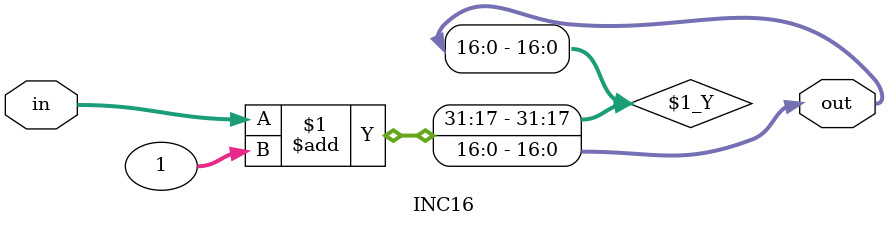
<source format=v>
module INC16 #(parameter SIZE = 16) (input [SIZE-1:0] in, output [SIZE:0] out);
assign out = in + 1;
endmodule
</source>
